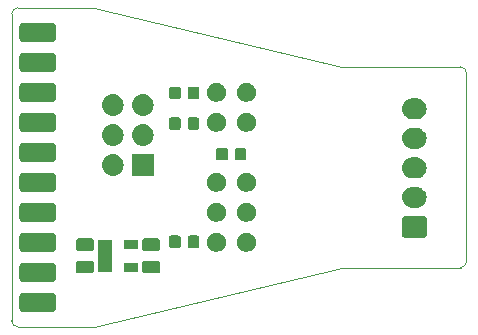
<source format=gbs>
G04 #@! TF.GenerationSoftware,KiCad,Pcbnew,5.0.1*
G04 #@! TF.CreationDate,2019-11-02T01:16:45+01:00*
G04 #@! TF.ProjectId,JlinkBreakout,4A6C696E6B427265616B6F75742E6B69,rev?*
G04 #@! TF.SameCoordinates,Original*
G04 #@! TF.FileFunction,Soldermask,Bot*
G04 #@! TF.FilePolarity,Negative*
%FSLAX46Y46*%
G04 Gerber Fmt 4.6, Leading zero omitted, Abs format (unit mm)*
G04 Created by KiCad (PCBNEW 5.0.1) date Sat 02 Nov 2019 01:16:45 AM CET*
%MOMM*%
%LPD*%
G01*
G04 APERTURE LIST*
%ADD10C,0.050000*%
%ADD11C,0.100000*%
G04 APERTURE END LIST*
D10*
X58500000Y-60000000D02*
G75*
G02X58000000Y-59500000I0J500000D01*
G01*
X58000000Y-33500000D02*
G75*
G02X58500000Y-33000000I500000J0D01*
G01*
X96000000Y-38000000D02*
G75*
G02X96500000Y-38500000I0J-500000D01*
G01*
X96500000Y-54500000D02*
G75*
G02X96000000Y-55000000I-500000J0D01*
G01*
X86000000Y-38000000D02*
X65000000Y-33000000D01*
X96000000Y-38000000D02*
X86000000Y-38000000D01*
X96500000Y-54500000D02*
X96500000Y-38500000D01*
X86000000Y-55000000D02*
X96000000Y-55000000D01*
X65000000Y-60000000D02*
X86000000Y-55000000D01*
X65000000Y-33000000D02*
X58500000Y-33000000D01*
X58500000Y-60000000D02*
X65000000Y-60000000D01*
X58000000Y-33500000D02*
X58000000Y-59500000D01*
D11*
G36*
X61473993Y-57124203D02*
X61538414Y-57143744D01*
X61597776Y-57175475D01*
X61649817Y-57218183D01*
X61692525Y-57270224D01*
X61724256Y-57329586D01*
X61743797Y-57394007D01*
X61751000Y-57467141D01*
X61751000Y-58392859D01*
X61743797Y-58465993D01*
X61724256Y-58530414D01*
X61692525Y-58589776D01*
X61649817Y-58641817D01*
X61597776Y-58684525D01*
X61538414Y-58716256D01*
X61473993Y-58735797D01*
X61400859Y-58743000D01*
X58999141Y-58743000D01*
X58926007Y-58735797D01*
X58861586Y-58716256D01*
X58802224Y-58684525D01*
X58750183Y-58641817D01*
X58707475Y-58589776D01*
X58675744Y-58530414D01*
X58656203Y-58465993D01*
X58649000Y-58392859D01*
X58649000Y-57467141D01*
X58656203Y-57394007D01*
X58675744Y-57329586D01*
X58707475Y-57270224D01*
X58750183Y-57218183D01*
X58802224Y-57175475D01*
X58861586Y-57143744D01*
X58926007Y-57124203D01*
X58999141Y-57117000D01*
X61400859Y-57117000D01*
X61473993Y-57124203D01*
X61473993Y-57124203D01*
G37*
G36*
X61473993Y-54584203D02*
X61538414Y-54603744D01*
X61597776Y-54635475D01*
X61649817Y-54678183D01*
X61692525Y-54730224D01*
X61724256Y-54789586D01*
X61743797Y-54854007D01*
X61751000Y-54927141D01*
X61751000Y-55852859D01*
X61743797Y-55925993D01*
X61724256Y-55990414D01*
X61692525Y-56049776D01*
X61649817Y-56101817D01*
X61597776Y-56144525D01*
X61538414Y-56176256D01*
X61473993Y-56195797D01*
X61400859Y-56203000D01*
X58999141Y-56203000D01*
X58926007Y-56195797D01*
X58861586Y-56176256D01*
X58802224Y-56144525D01*
X58750183Y-56101817D01*
X58707475Y-56049776D01*
X58675744Y-55990414D01*
X58656203Y-55925993D01*
X58649000Y-55852859D01*
X58649000Y-54927141D01*
X58656203Y-54854007D01*
X58675744Y-54789586D01*
X58707475Y-54730224D01*
X58750183Y-54678183D01*
X58802224Y-54635475D01*
X58861586Y-54603744D01*
X58926007Y-54584203D01*
X58999141Y-54577000D01*
X61400859Y-54577000D01*
X61473993Y-54584203D01*
X61473993Y-54584203D01*
G37*
G36*
X64784466Y-54403565D02*
X64823137Y-54415296D01*
X64858779Y-54434348D01*
X64890017Y-54459983D01*
X64915652Y-54491221D01*
X64934704Y-54526863D01*
X64946435Y-54565534D01*
X64951000Y-54611888D01*
X64951000Y-55263112D01*
X64946435Y-55309466D01*
X64934704Y-55348137D01*
X64915652Y-55383779D01*
X64890017Y-55415017D01*
X64858779Y-55440652D01*
X64823137Y-55459704D01*
X64784466Y-55471435D01*
X64738112Y-55476000D01*
X63661888Y-55476000D01*
X63615534Y-55471435D01*
X63576863Y-55459704D01*
X63541221Y-55440652D01*
X63509983Y-55415017D01*
X63484348Y-55383779D01*
X63465296Y-55348137D01*
X63453565Y-55309466D01*
X63449000Y-55263112D01*
X63449000Y-54611888D01*
X63453565Y-54565534D01*
X63465296Y-54526863D01*
X63484348Y-54491221D01*
X63509983Y-54459983D01*
X63541221Y-54434348D01*
X63576863Y-54415296D01*
X63615534Y-54403565D01*
X63661888Y-54399000D01*
X64738112Y-54399000D01*
X64784466Y-54403565D01*
X64784466Y-54403565D01*
G37*
G36*
X70384466Y-54403565D02*
X70423137Y-54415296D01*
X70458779Y-54434348D01*
X70490017Y-54459983D01*
X70515652Y-54491221D01*
X70534704Y-54526863D01*
X70546435Y-54565534D01*
X70551000Y-54611888D01*
X70551000Y-55263112D01*
X70546435Y-55309466D01*
X70534704Y-55348137D01*
X70515652Y-55383779D01*
X70490017Y-55415017D01*
X70458779Y-55440652D01*
X70423137Y-55459704D01*
X70384466Y-55471435D01*
X70338112Y-55476000D01*
X69261888Y-55476000D01*
X69215534Y-55471435D01*
X69176863Y-55459704D01*
X69141221Y-55440652D01*
X69109983Y-55415017D01*
X69084348Y-55383779D01*
X69065296Y-55348137D01*
X69053565Y-55309466D01*
X69049000Y-55263112D01*
X69049000Y-54611888D01*
X69053565Y-54565534D01*
X69065296Y-54526863D01*
X69084348Y-54491221D01*
X69109983Y-54459983D01*
X69141221Y-54434348D01*
X69176863Y-54415296D01*
X69215534Y-54403565D01*
X69261888Y-54399000D01*
X70338112Y-54399000D01*
X70384466Y-54403565D01*
X70384466Y-54403565D01*
G37*
G36*
X66481000Y-55326000D02*
X65319000Y-55326000D01*
X65319000Y-52674000D01*
X66481000Y-52674000D01*
X66481000Y-55326000D01*
X66481000Y-55326000D01*
G37*
G36*
X68681000Y-55326000D02*
X67519000Y-55326000D01*
X67519000Y-54574000D01*
X68681000Y-54574000D01*
X68681000Y-55326000D01*
X68681000Y-55326000D01*
G37*
G36*
X78107142Y-52068242D02*
X78255102Y-52129530D01*
X78268052Y-52138183D01*
X78387000Y-52217661D01*
X78388258Y-52218502D01*
X78501498Y-52331742D01*
X78581184Y-52451000D01*
X78590471Y-52464900D01*
X78604354Y-52498417D01*
X78651758Y-52612858D01*
X78683000Y-52769925D01*
X78683000Y-52930075D01*
X78651758Y-53087142D01*
X78590470Y-53235102D01*
X78576172Y-53256500D01*
X78501499Y-53368257D01*
X78388257Y-53481499D01*
X78347429Y-53508779D01*
X78255102Y-53570470D01*
X78107142Y-53631758D01*
X77950075Y-53663000D01*
X77789925Y-53663000D01*
X77632858Y-53631758D01*
X77484898Y-53570470D01*
X77392571Y-53508779D01*
X77351743Y-53481499D01*
X77238501Y-53368257D01*
X77163828Y-53256500D01*
X77149530Y-53235102D01*
X77088242Y-53087142D01*
X77057000Y-52930075D01*
X77057000Y-52769925D01*
X77088242Y-52612858D01*
X77135646Y-52498417D01*
X77149529Y-52464900D01*
X77158817Y-52451000D01*
X77238502Y-52331742D01*
X77351742Y-52218502D01*
X77353001Y-52217661D01*
X77471948Y-52138183D01*
X77484898Y-52129530D01*
X77632858Y-52068242D01*
X77789925Y-52037000D01*
X77950075Y-52037000D01*
X78107142Y-52068242D01*
X78107142Y-52068242D01*
G37*
G36*
X61473993Y-52044203D02*
X61538414Y-52063744D01*
X61597776Y-52095475D01*
X61649817Y-52138183D01*
X61692525Y-52190224D01*
X61724256Y-52249586D01*
X61743797Y-52314007D01*
X61751000Y-52387141D01*
X61751000Y-53312859D01*
X61743797Y-53385993D01*
X61724256Y-53450414D01*
X61692525Y-53509776D01*
X61649817Y-53561817D01*
X61597776Y-53604525D01*
X61538414Y-53636256D01*
X61473993Y-53655797D01*
X61400859Y-53663000D01*
X58999141Y-53663000D01*
X58926007Y-53655797D01*
X58861586Y-53636256D01*
X58802224Y-53604525D01*
X58750183Y-53561817D01*
X58707475Y-53509776D01*
X58675744Y-53450414D01*
X58656203Y-53385993D01*
X58649000Y-53312859D01*
X58649000Y-52387141D01*
X58656203Y-52314007D01*
X58675744Y-52249586D01*
X58707475Y-52190224D01*
X58750183Y-52138183D01*
X58802224Y-52095475D01*
X58861586Y-52063744D01*
X58926007Y-52044203D01*
X58999141Y-52037000D01*
X61400859Y-52037000D01*
X61473993Y-52044203D01*
X61473993Y-52044203D01*
G37*
G36*
X75567142Y-52068242D02*
X75715102Y-52129530D01*
X75728052Y-52138183D01*
X75847000Y-52217661D01*
X75848258Y-52218502D01*
X75961498Y-52331742D01*
X76041184Y-52451000D01*
X76050471Y-52464900D01*
X76064354Y-52498417D01*
X76111758Y-52612858D01*
X76143000Y-52769925D01*
X76143000Y-52930075D01*
X76111758Y-53087142D01*
X76050470Y-53235102D01*
X76036172Y-53256500D01*
X75961499Y-53368257D01*
X75848257Y-53481499D01*
X75807429Y-53508779D01*
X75715102Y-53570470D01*
X75567142Y-53631758D01*
X75410075Y-53663000D01*
X75249925Y-53663000D01*
X75092858Y-53631758D01*
X74944898Y-53570470D01*
X74852571Y-53508779D01*
X74811743Y-53481499D01*
X74698501Y-53368257D01*
X74623828Y-53256500D01*
X74609530Y-53235102D01*
X74548242Y-53087142D01*
X74517000Y-52930075D01*
X74517000Y-52769925D01*
X74548242Y-52612858D01*
X74595646Y-52498417D01*
X74609529Y-52464900D01*
X74618817Y-52451000D01*
X74698502Y-52331742D01*
X74811742Y-52218502D01*
X74813001Y-52217661D01*
X74931948Y-52138183D01*
X74944898Y-52129530D01*
X75092858Y-52068242D01*
X75249925Y-52037000D01*
X75410075Y-52037000D01*
X75567142Y-52068242D01*
X75567142Y-52068242D01*
G37*
G36*
X70384466Y-52528565D02*
X70423137Y-52540296D01*
X70458779Y-52559348D01*
X70490017Y-52584983D01*
X70515652Y-52616221D01*
X70534704Y-52651863D01*
X70546435Y-52690534D01*
X70551000Y-52736888D01*
X70551000Y-53388112D01*
X70546435Y-53434466D01*
X70534704Y-53473137D01*
X70515652Y-53508779D01*
X70490017Y-53540017D01*
X70458779Y-53565652D01*
X70423137Y-53584704D01*
X70384466Y-53596435D01*
X70338112Y-53601000D01*
X69261888Y-53601000D01*
X69215534Y-53596435D01*
X69176863Y-53584704D01*
X69141221Y-53565652D01*
X69109983Y-53540017D01*
X69084348Y-53508779D01*
X69065296Y-53473137D01*
X69053565Y-53434466D01*
X69049000Y-53388112D01*
X69049000Y-52736888D01*
X69053565Y-52690534D01*
X69065296Y-52651863D01*
X69084348Y-52616221D01*
X69109983Y-52584983D01*
X69141221Y-52559348D01*
X69176863Y-52540296D01*
X69215534Y-52528565D01*
X69261888Y-52524000D01*
X70338112Y-52524000D01*
X70384466Y-52528565D01*
X70384466Y-52528565D01*
G37*
G36*
X64784466Y-52528565D02*
X64823137Y-52540296D01*
X64858779Y-52559348D01*
X64890017Y-52584983D01*
X64915652Y-52616221D01*
X64934704Y-52651863D01*
X64946435Y-52690534D01*
X64951000Y-52736888D01*
X64951000Y-53388112D01*
X64946435Y-53434466D01*
X64934704Y-53473137D01*
X64915652Y-53508779D01*
X64890017Y-53540017D01*
X64858779Y-53565652D01*
X64823137Y-53584704D01*
X64784466Y-53596435D01*
X64738112Y-53601000D01*
X63661888Y-53601000D01*
X63615534Y-53596435D01*
X63576863Y-53584704D01*
X63541221Y-53565652D01*
X63509983Y-53540017D01*
X63484348Y-53508779D01*
X63465296Y-53473137D01*
X63453565Y-53434466D01*
X63449000Y-53388112D01*
X63449000Y-52736888D01*
X63453565Y-52690534D01*
X63465296Y-52651863D01*
X63484348Y-52616221D01*
X63509983Y-52584983D01*
X63541221Y-52559348D01*
X63576863Y-52540296D01*
X63615534Y-52528565D01*
X63661888Y-52524000D01*
X64738112Y-52524000D01*
X64784466Y-52528565D01*
X64784466Y-52528565D01*
G37*
G36*
X68681000Y-53426000D02*
X67519000Y-53426000D01*
X67519000Y-52674000D01*
X68681000Y-52674000D01*
X68681000Y-53426000D01*
X68681000Y-53426000D01*
G37*
G36*
X73729591Y-52278085D02*
X73763569Y-52288393D01*
X73794887Y-52305133D01*
X73822339Y-52327661D01*
X73844867Y-52355113D01*
X73861607Y-52386431D01*
X73871915Y-52420409D01*
X73876000Y-52461890D01*
X73876000Y-53138110D01*
X73871915Y-53179591D01*
X73861607Y-53213569D01*
X73844867Y-53244887D01*
X73822339Y-53272339D01*
X73794887Y-53294867D01*
X73763569Y-53311607D01*
X73729591Y-53321915D01*
X73688110Y-53326000D01*
X73086890Y-53326000D01*
X73045409Y-53321915D01*
X73011431Y-53311607D01*
X72980113Y-53294867D01*
X72952661Y-53272339D01*
X72930133Y-53244887D01*
X72913393Y-53213569D01*
X72903085Y-53179591D01*
X72899000Y-53138110D01*
X72899000Y-52461890D01*
X72903085Y-52420409D01*
X72913393Y-52386431D01*
X72930133Y-52355113D01*
X72952661Y-52327661D01*
X72980113Y-52305133D01*
X73011431Y-52288393D01*
X73045409Y-52278085D01*
X73086890Y-52274000D01*
X73688110Y-52274000D01*
X73729591Y-52278085D01*
X73729591Y-52278085D01*
G37*
G36*
X72154591Y-52278085D02*
X72188569Y-52288393D01*
X72219887Y-52305133D01*
X72247339Y-52327661D01*
X72269867Y-52355113D01*
X72286607Y-52386431D01*
X72296915Y-52420409D01*
X72301000Y-52461890D01*
X72301000Y-53138110D01*
X72296915Y-53179591D01*
X72286607Y-53213569D01*
X72269867Y-53244887D01*
X72247339Y-53272339D01*
X72219887Y-53294867D01*
X72188569Y-53311607D01*
X72154591Y-53321915D01*
X72113110Y-53326000D01*
X71511890Y-53326000D01*
X71470409Y-53321915D01*
X71436431Y-53311607D01*
X71405113Y-53294867D01*
X71377661Y-53272339D01*
X71355133Y-53244887D01*
X71338393Y-53213569D01*
X71328085Y-53179591D01*
X71324000Y-53138110D01*
X71324000Y-52461890D01*
X71328085Y-52420409D01*
X71338393Y-52386431D01*
X71355133Y-52355113D01*
X71377661Y-52327661D01*
X71405113Y-52305133D01*
X71436431Y-52288393D01*
X71470409Y-52278085D01*
X71511890Y-52274000D01*
X72113110Y-52274000D01*
X72154591Y-52278085D01*
X72154591Y-52278085D01*
G37*
G36*
X92983600Y-50652989D02*
X93016649Y-50663014D01*
X93047106Y-50679294D01*
X93073799Y-50701201D01*
X93095706Y-50727894D01*
X93111986Y-50758351D01*
X93122011Y-50791400D01*
X93126000Y-50831904D01*
X93126000Y-52268096D01*
X93122011Y-52308600D01*
X93111986Y-52341649D01*
X93095706Y-52372106D01*
X93073799Y-52398799D01*
X93047106Y-52420706D01*
X93016649Y-52436986D01*
X92983600Y-52447011D01*
X92943096Y-52451000D01*
X91256904Y-52451000D01*
X91216400Y-52447011D01*
X91183351Y-52436986D01*
X91152894Y-52420706D01*
X91126201Y-52398799D01*
X91104294Y-52372106D01*
X91088014Y-52341649D01*
X91077989Y-52308600D01*
X91074000Y-52268096D01*
X91074000Y-50831904D01*
X91077989Y-50791400D01*
X91088014Y-50758351D01*
X91104294Y-50727894D01*
X91126201Y-50701201D01*
X91152894Y-50679294D01*
X91183351Y-50663014D01*
X91216400Y-50652989D01*
X91256904Y-50649000D01*
X92943096Y-50649000D01*
X92983600Y-50652989D01*
X92983600Y-50652989D01*
G37*
G36*
X78107142Y-49528242D02*
X78255102Y-49589530D01*
X78268052Y-49598183D01*
X78387000Y-49677661D01*
X78388258Y-49678502D01*
X78501498Y-49791742D01*
X78590470Y-49924898D01*
X78651758Y-50072858D01*
X78683000Y-50229925D01*
X78683000Y-50390075D01*
X78651758Y-50547142D01*
X78609566Y-50649000D01*
X78603762Y-50663014D01*
X78590470Y-50695102D01*
X78576172Y-50716500D01*
X78501499Y-50828257D01*
X78388257Y-50941499D01*
X78345937Y-50969776D01*
X78255102Y-51030470D01*
X78107142Y-51091758D01*
X77950075Y-51123000D01*
X77789925Y-51123000D01*
X77632858Y-51091758D01*
X77484898Y-51030470D01*
X77394063Y-50969776D01*
X77351743Y-50941499D01*
X77238501Y-50828257D01*
X77163828Y-50716500D01*
X77149530Y-50695102D01*
X77136239Y-50663014D01*
X77130434Y-50649000D01*
X77088242Y-50547142D01*
X77057000Y-50390075D01*
X77057000Y-50229925D01*
X77088242Y-50072858D01*
X77149530Y-49924898D01*
X77238502Y-49791742D01*
X77351742Y-49678502D01*
X77353001Y-49677661D01*
X77471948Y-49598183D01*
X77484898Y-49589530D01*
X77632858Y-49528242D01*
X77789925Y-49497000D01*
X77950075Y-49497000D01*
X78107142Y-49528242D01*
X78107142Y-49528242D01*
G37*
G36*
X75567142Y-49528242D02*
X75715102Y-49589530D01*
X75728052Y-49598183D01*
X75847000Y-49677661D01*
X75848258Y-49678502D01*
X75961498Y-49791742D01*
X76050470Y-49924898D01*
X76111758Y-50072858D01*
X76143000Y-50229925D01*
X76143000Y-50390075D01*
X76111758Y-50547142D01*
X76069566Y-50649000D01*
X76063762Y-50663014D01*
X76050470Y-50695102D01*
X76036172Y-50716500D01*
X75961499Y-50828257D01*
X75848257Y-50941499D01*
X75805937Y-50969776D01*
X75715102Y-51030470D01*
X75567142Y-51091758D01*
X75410075Y-51123000D01*
X75249925Y-51123000D01*
X75092858Y-51091758D01*
X74944898Y-51030470D01*
X74854063Y-50969776D01*
X74811743Y-50941499D01*
X74698501Y-50828257D01*
X74623828Y-50716500D01*
X74609530Y-50695102D01*
X74596239Y-50663014D01*
X74590434Y-50649000D01*
X74548242Y-50547142D01*
X74517000Y-50390075D01*
X74517000Y-50229925D01*
X74548242Y-50072858D01*
X74609530Y-49924898D01*
X74698502Y-49791742D01*
X74811742Y-49678502D01*
X74813001Y-49677661D01*
X74931948Y-49598183D01*
X74944898Y-49589530D01*
X75092858Y-49528242D01*
X75249925Y-49497000D01*
X75410075Y-49497000D01*
X75567142Y-49528242D01*
X75567142Y-49528242D01*
G37*
G36*
X61473993Y-49504203D02*
X61538414Y-49523744D01*
X61597776Y-49555475D01*
X61649817Y-49598183D01*
X61692525Y-49650224D01*
X61724256Y-49709586D01*
X61743797Y-49774007D01*
X61751000Y-49847141D01*
X61751000Y-50772859D01*
X61743797Y-50845993D01*
X61724256Y-50910414D01*
X61692525Y-50969776D01*
X61649817Y-51021817D01*
X61597776Y-51064525D01*
X61538414Y-51096256D01*
X61473993Y-51115797D01*
X61400859Y-51123000D01*
X58999141Y-51123000D01*
X58926007Y-51115797D01*
X58861586Y-51096256D01*
X58802224Y-51064525D01*
X58750183Y-51021817D01*
X58707475Y-50969776D01*
X58675744Y-50910414D01*
X58656203Y-50845993D01*
X58649000Y-50772859D01*
X58649000Y-49847141D01*
X58656203Y-49774007D01*
X58675744Y-49709586D01*
X58707475Y-49650224D01*
X58750183Y-49598183D01*
X58802224Y-49555475D01*
X58861586Y-49523744D01*
X58926007Y-49504203D01*
X58999141Y-49497000D01*
X61400859Y-49497000D01*
X61473993Y-49504203D01*
X61473993Y-49504203D01*
G37*
G36*
X92331193Y-48155100D02*
X92401627Y-48162037D01*
X92514853Y-48196384D01*
X92571467Y-48213557D01*
X92650504Y-48255804D01*
X92727991Y-48297222D01*
X92738678Y-48305993D01*
X92865186Y-48409814D01*
X92948448Y-48511271D01*
X92977778Y-48547009D01*
X92977779Y-48547011D01*
X93061443Y-48703533D01*
X93061443Y-48703534D01*
X93112963Y-48873373D01*
X93130359Y-49050000D01*
X93112963Y-49226627D01*
X93078616Y-49339853D01*
X93061443Y-49396467D01*
X93007706Y-49497000D01*
X92977778Y-49552991D01*
X92975739Y-49555475D01*
X92865186Y-49690186D01*
X92763729Y-49773448D01*
X92727991Y-49802778D01*
X92727989Y-49802779D01*
X92571467Y-49886443D01*
X92515237Y-49903500D01*
X92401627Y-49937963D01*
X92335443Y-49944481D01*
X92269260Y-49951000D01*
X91930740Y-49951000D01*
X91864558Y-49944482D01*
X91798373Y-49937963D01*
X91684763Y-49903500D01*
X91628533Y-49886443D01*
X91472011Y-49802779D01*
X91472009Y-49802778D01*
X91436271Y-49773448D01*
X91334814Y-49690186D01*
X91224261Y-49555475D01*
X91222222Y-49552991D01*
X91192294Y-49497000D01*
X91138557Y-49396467D01*
X91121384Y-49339853D01*
X91087037Y-49226627D01*
X91069641Y-49050000D01*
X91087037Y-48873373D01*
X91138557Y-48703534D01*
X91138557Y-48703533D01*
X91222221Y-48547011D01*
X91222222Y-48547009D01*
X91251552Y-48511271D01*
X91334814Y-48409814D01*
X91461322Y-48305993D01*
X91472009Y-48297222D01*
X91549496Y-48255804D01*
X91628533Y-48213557D01*
X91685147Y-48196384D01*
X91798373Y-48162037D01*
X91868807Y-48155100D01*
X91930740Y-48149000D01*
X92269260Y-48149000D01*
X92331193Y-48155100D01*
X92331193Y-48155100D01*
G37*
G36*
X75567142Y-46988242D02*
X75715102Y-47049530D01*
X75728052Y-47058183D01*
X75847000Y-47137661D01*
X75848258Y-47138502D01*
X75961498Y-47251742D01*
X76050470Y-47384898D01*
X76111758Y-47532858D01*
X76143000Y-47689925D01*
X76143000Y-47850075D01*
X76111758Y-48007142D01*
X76064354Y-48121583D01*
X76050471Y-48155100D01*
X75961499Y-48288257D01*
X75848257Y-48401499D01*
X75835811Y-48409815D01*
X75715102Y-48490470D01*
X75567142Y-48551758D01*
X75410075Y-48583000D01*
X75249925Y-48583000D01*
X75092858Y-48551758D01*
X74944898Y-48490470D01*
X74824189Y-48409815D01*
X74811743Y-48401499D01*
X74698501Y-48288257D01*
X74609529Y-48155100D01*
X74595646Y-48121583D01*
X74548242Y-48007142D01*
X74517000Y-47850075D01*
X74517000Y-47689925D01*
X74548242Y-47532858D01*
X74609530Y-47384898D01*
X74698502Y-47251742D01*
X74811742Y-47138502D01*
X74813001Y-47137661D01*
X74931948Y-47058183D01*
X74944898Y-47049530D01*
X75092858Y-46988242D01*
X75249925Y-46957000D01*
X75410075Y-46957000D01*
X75567142Y-46988242D01*
X75567142Y-46988242D01*
G37*
G36*
X78107142Y-46988242D02*
X78255102Y-47049530D01*
X78268052Y-47058183D01*
X78387000Y-47137661D01*
X78388258Y-47138502D01*
X78501498Y-47251742D01*
X78590470Y-47384898D01*
X78651758Y-47532858D01*
X78683000Y-47689925D01*
X78683000Y-47850075D01*
X78651758Y-48007142D01*
X78604354Y-48121583D01*
X78590471Y-48155100D01*
X78501499Y-48288257D01*
X78388257Y-48401499D01*
X78375811Y-48409815D01*
X78255102Y-48490470D01*
X78107142Y-48551758D01*
X77950075Y-48583000D01*
X77789925Y-48583000D01*
X77632858Y-48551758D01*
X77484898Y-48490470D01*
X77364189Y-48409815D01*
X77351743Y-48401499D01*
X77238501Y-48288257D01*
X77149529Y-48155100D01*
X77135646Y-48121583D01*
X77088242Y-48007142D01*
X77057000Y-47850075D01*
X77057000Y-47689925D01*
X77088242Y-47532858D01*
X77149530Y-47384898D01*
X77238502Y-47251742D01*
X77351742Y-47138502D01*
X77353001Y-47137661D01*
X77471948Y-47058183D01*
X77484898Y-47049530D01*
X77632858Y-46988242D01*
X77789925Y-46957000D01*
X77950075Y-46957000D01*
X78107142Y-46988242D01*
X78107142Y-46988242D01*
G37*
G36*
X61473993Y-46964203D02*
X61538414Y-46983744D01*
X61597776Y-47015475D01*
X61649817Y-47058183D01*
X61692525Y-47110224D01*
X61724256Y-47169586D01*
X61743797Y-47234007D01*
X61751000Y-47307141D01*
X61751000Y-48232859D01*
X61743797Y-48305993D01*
X61724256Y-48370414D01*
X61692525Y-48429776D01*
X61649817Y-48481817D01*
X61597776Y-48524525D01*
X61538414Y-48556256D01*
X61473993Y-48575797D01*
X61400859Y-48583000D01*
X58999141Y-48583000D01*
X58926007Y-48575797D01*
X58861586Y-48556256D01*
X58802224Y-48524525D01*
X58750183Y-48481817D01*
X58707475Y-48429776D01*
X58675744Y-48370414D01*
X58656203Y-48305993D01*
X58649000Y-48232859D01*
X58649000Y-47307141D01*
X58656203Y-47234007D01*
X58675744Y-47169586D01*
X58707475Y-47110224D01*
X58750183Y-47058183D01*
X58802224Y-47015475D01*
X58861586Y-46983744D01*
X58926007Y-46964203D01*
X58999141Y-46957000D01*
X61400859Y-46957000D01*
X61473993Y-46964203D01*
X61473993Y-46964203D01*
G37*
G36*
X92335442Y-45655518D02*
X92401627Y-45662037D01*
X92503234Y-45692859D01*
X92571467Y-45713557D01*
X92695006Y-45779591D01*
X92727991Y-45797222D01*
X92752636Y-45817448D01*
X92865186Y-45909814D01*
X92948448Y-46011271D01*
X92977778Y-46047009D01*
X92977779Y-46047011D01*
X93061443Y-46203533D01*
X93061443Y-46203534D01*
X93112963Y-46373373D01*
X93130359Y-46550000D01*
X93112963Y-46726627D01*
X93087495Y-46810583D01*
X93061443Y-46896467D01*
X93012387Y-46988243D01*
X92977778Y-47052991D01*
X92968628Y-47064140D01*
X92865186Y-47190186D01*
X92790177Y-47251743D01*
X92727991Y-47302778D01*
X92727989Y-47302779D01*
X92571467Y-47386443D01*
X92514853Y-47403616D01*
X92401627Y-47437963D01*
X92335442Y-47444482D01*
X92269260Y-47451000D01*
X91930740Y-47451000D01*
X91864558Y-47444482D01*
X91798373Y-47437963D01*
X91685147Y-47403616D01*
X91628533Y-47386443D01*
X91472011Y-47302779D01*
X91472009Y-47302778D01*
X91409823Y-47251743D01*
X91334814Y-47190186D01*
X91231372Y-47064140D01*
X91222222Y-47052991D01*
X91187613Y-46988243D01*
X91138557Y-46896467D01*
X91112505Y-46810583D01*
X91087037Y-46726627D01*
X91069641Y-46550000D01*
X91087037Y-46373373D01*
X91138557Y-46203534D01*
X91138557Y-46203533D01*
X91222221Y-46047011D01*
X91222222Y-46047009D01*
X91251552Y-46011271D01*
X91334814Y-45909814D01*
X91447364Y-45817448D01*
X91472009Y-45797222D01*
X91504994Y-45779591D01*
X91628533Y-45713557D01*
X91696766Y-45692859D01*
X91798373Y-45662037D01*
X91864558Y-45655518D01*
X91930740Y-45649000D01*
X92269260Y-45649000D01*
X92335442Y-45655518D01*
X92335442Y-45655518D01*
G37*
G36*
X70014600Y-47214600D02*
X68185400Y-47214600D01*
X68185400Y-45385400D01*
X70014600Y-45385400D01*
X70014600Y-47214600D01*
X70014600Y-47214600D01*
G37*
G36*
X66739294Y-45398633D02*
X66911694Y-45450931D01*
X66911696Y-45450932D01*
X67070583Y-45535859D01*
X67209849Y-45650151D01*
X67324141Y-45789417D01*
X67397146Y-45926000D01*
X67409069Y-45948306D01*
X67461367Y-46120706D01*
X67479025Y-46300000D01*
X67461367Y-46479294D01*
X67409069Y-46651694D01*
X67409068Y-46651696D01*
X67324141Y-46810583D01*
X67209849Y-46949849D01*
X67070583Y-47064141D01*
X66911696Y-47149068D01*
X66911694Y-47149069D01*
X66739294Y-47201367D01*
X66604931Y-47214600D01*
X66515069Y-47214600D01*
X66380706Y-47201367D01*
X66208306Y-47149069D01*
X66208304Y-47149068D01*
X66049417Y-47064141D01*
X65910151Y-46949849D01*
X65795859Y-46810583D01*
X65710932Y-46651696D01*
X65710931Y-46651694D01*
X65658633Y-46479294D01*
X65640975Y-46300000D01*
X65658633Y-46120706D01*
X65710931Y-45948306D01*
X65722854Y-45926000D01*
X65795859Y-45789417D01*
X65910151Y-45650151D01*
X66049417Y-45535859D01*
X66208304Y-45450932D01*
X66208306Y-45450931D01*
X66380706Y-45398633D01*
X66515069Y-45385400D01*
X66604931Y-45385400D01*
X66739294Y-45398633D01*
X66739294Y-45398633D01*
G37*
G36*
X61473993Y-44424203D02*
X61538414Y-44443744D01*
X61597776Y-44475475D01*
X61649817Y-44518183D01*
X61692525Y-44570224D01*
X61724256Y-44629586D01*
X61743797Y-44694007D01*
X61751000Y-44767141D01*
X61751000Y-45692859D01*
X61743797Y-45765993D01*
X61724256Y-45830414D01*
X61692525Y-45889776D01*
X61649817Y-45941817D01*
X61597776Y-45984525D01*
X61538414Y-46016256D01*
X61473993Y-46035797D01*
X61400859Y-46043000D01*
X58999141Y-46043000D01*
X58926007Y-46035797D01*
X58861586Y-46016256D01*
X58802224Y-45984525D01*
X58750183Y-45941817D01*
X58707475Y-45889776D01*
X58675744Y-45830414D01*
X58656203Y-45765993D01*
X58649000Y-45692859D01*
X58649000Y-44767141D01*
X58656203Y-44694007D01*
X58675744Y-44629586D01*
X58707475Y-44570224D01*
X58750183Y-44518183D01*
X58802224Y-44475475D01*
X58861586Y-44443744D01*
X58926007Y-44424203D01*
X58999141Y-44417000D01*
X61400859Y-44417000D01*
X61473993Y-44424203D01*
X61473993Y-44424203D01*
G37*
G36*
X76154591Y-44878085D02*
X76188569Y-44888393D01*
X76219887Y-44905133D01*
X76247339Y-44927661D01*
X76269867Y-44955113D01*
X76286607Y-44986431D01*
X76296915Y-45020409D01*
X76301000Y-45061890D01*
X76301000Y-45738110D01*
X76296915Y-45779591D01*
X76286607Y-45813569D01*
X76269867Y-45844887D01*
X76247339Y-45872339D01*
X76219887Y-45894867D01*
X76188569Y-45911607D01*
X76154591Y-45921915D01*
X76113110Y-45926000D01*
X75511890Y-45926000D01*
X75470409Y-45921915D01*
X75436431Y-45911607D01*
X75405113Y-45894867D01*
X75377661Y-45872339D01*
X75355133Y-45844887D01*
X75338393Y-45813569D01*
X75328085Y-45779591D01*
X75324000Y-45738110D01*
X75324000Y-45061890D01*
X75328085Y-45020409D01*
X75338393Y-44986431D01*
X75355133Y-44955113D01*
X75377661Y-44927661D01*
X75405113Y-44905133D01*
X75436431Y-44888393D01*
X75470409Y-44878085D01*
X75511890Y-44874000D01*
X76113110Y-44874000D01*
X76154591Y-44878085D01*
X76154591Y-44878085D01*
G37*
G36*
X77729591Y-44878085D02*
X77763569Y-44888393D01*
X77794887Y-44905133D01*
X77822339Y-44927661D01*
X77844867Y-44955113D01*
X77861607Y-44986431D01*
X77871915Y-45020409D01*
X77876000Y-45061890D01*
X77876000Y-45738110D01*
X77871915Y-45779591D01*
X77861607Y-45813569D01*
X77844867Y-45844887D01*
X77822339Y-45872339D01*
X77794887Y-45894867D01*
X77763569Y-45911607D01*
X77729591Y-45921915D01*
X77688110Y-45926000D01*
X77086890Y-45926000D01*
X77045409Y-45921915D01*
X77011431Y-45911607D01*
X76980113Y-45894867D01*
X76952661Y-45872339D01*
X76930133Y-45844887D01*
X76913393Y-45813569D01*
X76903085Y-45779591D01*
X76899000Y-45738110D01*
X76899000Y-45061890D01*
X76903085Y-45020409D01*
X76913393Y-44986431D01*
X76930133Y-44955113D01*
X76952661Y-44927661D01*
X76980113Y-44905133D01*
X77011431Y-44888393D01*
X77045409Y-44878085D01*
X77086890Y-44874000D01*
X77688110Y-44874000D01*
X77729591Y-44878085D01*
X77729591Y-44878085D01*
G37*
G36*
X92335443Y-43155519D02*
X92401627Y-43162037D01*
X92514853Y-43196384D01*
X92571467Y-43213557D01*
X92681439Y-43272339D01*
X92727991Y-43297222D01*
X92745519Y-43311607D01*
X92865186Y-43409814D01*
X92948448Y-43511271D01*
X92977778Y-43547009D01*
X92977779Y-43547011D01*
X93061443Y-43703533D01*
X93061443Y-43703534D01*
X93112963Y-43873373D01*
X93130359Y-44050000D01*
X93112963Y-44226627D01*
X93078616Y-44339853D01*
X93061443Y-44396467D01*
X93013849Y-44485508D01*
X92977778Y-44552991D01*
X92963635Y-44570224D01*
X92865186Y-44690186D01*
X92771415Y-44767141D01*
X92727991Y-44802778D01*
X92727989Y-44802779D01*
X92571467Y-44886443D01*
X92514853Y-44903616D01*
X92401627Y-44937963D01*
X92335442Y-44944482D01*
X92269260Y-44951000D01*
X91930740Y-44951000D01*
X91864558Y-44944482D01*
X91798373Y-44937963D01*
X91685147Y-44903616D01*
X91628533Y-44886443D01*
X91472011Y-44802779D01*
X91472009Y-44802778D01*
X91428585Y-44767141D01*
X91334814Y-44690186D01*
X91236365Y-44570224D01*
X91222222Y-44552991D01*
X91186151Y-44485508D01*
X91138557Y-44396467D01*
X91121384Y-44339853D01*
X91087037Y-44226627D01*
X91069641Y-44050000D01*
X91087037Y-43873373D01*
X91138557Y-43703534D01*
X91138557Y-43703533D01*
X91222221Y-43547011D01*
X91222222Y-43547009D01*
X91251552Y-43511271D01*
X91334814Y-43409814D01*
X91454481Y-43311607D01*
X91472009Y-43297222D01*
X91518561Y-43272339D01*
X91628533Y-43213557D01*
X91685147Y-43196384D01*
X91798373Y-43162037D01*
X91864557Y-43155519D01*
X91930740Y-43149000D01*
X92269260Y-43149000D01*
X92335443Y-43155519D01*
X92335443Y-43155519D01*
G37*
G36*
X66739294Y-42858633D02*
X66911694Y-42910931D01*
X66911696Y-42910932D01*
X67070583Y-42995859D01*
X67209849Y-43110151D01*
X67324141Y-43249417D01*
X67405601Y-43401817D01*
X67409069Y-43408306D01*
X67461367Y-43580706D01*
X67479025Y-43760000D01*
X67461367Y-43939294D01*
X67409069Y-44111694D01*
X67409068Y-44111696D01*
X67324141Y-44270583D01*
X67209849Y-44409849D01*
X67070583Y-44524141D01*
X66933037Y-44597661D01*
X66911694Y-44609069D01*
X66739294Y-44661367D01*
X66604931Y-44674600D01*
X66515069Y-44674600D01*
X66380706Y-44661367D01*
X66208306Y-44609069D01*
X66186963Y-44597661D01*
X66049417Y-44524141D01*
X65910151Y-44409849D01*
X65795859Y-44270583D01*
X65710932Y-44111696D01*
X65710931Y-44111694D01*
X65658633Y-43939294D01*
X65640975Y-43760000D01*
X65658633Y-43580706D01*
X65710931Y-43408306D01*
X65714399Y-43401817D01*
X65795859Y-43249417D01*
X65910151Y-43110151D01*
X66049417Y-42995859D01*
X66208304Y-42910932D01*
X66208306Y-42910931D01*
X66380706Y-42858633D01*
X66515069Y-42845400D01*
X66604931Y-42845400D01*
X66739294Y-42858633D01*
X66739294Y-42858633D01*
G37*
G36*
X69279294Y-42858633D02*
X69451694Y-42910931D01*
X69451696Y-42910932D01*
X69610583Y-42995859D01*
X69749849Y-43110151D01*
X69864141Y-43249417D01*
X69945601Y-43401817D01*
X69949069Y-43408306D01*
X70001367Y-43580706D01*
X70019025Y-43760000D01*
X70001367Y-43939294D01*
X69949069Y-44111694D01*
X69949068Y-44111696D01*
X69864141Y-44270583D01*
X69749849Y-44409849D01*
X69610583Y-44524141D01*
X69473037Y-44597661D01*
X69451694Y-44609069D01*
X69279294Y-44661367D01*
X69144931Y-44674600D01*
X69055069Y-44674600D01*
X68920706Y-44661367D01*
X68748306Y-44609069D01*
X68726963Y-44597661D01*
X68589417Y-44524141D01*
X68450151Y-44409849D01*
X68335859Y-44270583D01*
X68250932Y-44111696D01*
X68250931Y-44111694D01*
X68198633Y-43939294D01*
X68180975Y-43760000D01*
X68198633Y-43580706D01*
X68250931Y-43408306D01*
X68254399Y-43401817D01*
X68335859Y-43249417D01*
X68450151Y-43110151D01*
X68589417Y-42995859D01*
X68748304Y-42910932D01*
X68748306Y-42910931D01*
X68920706Y-42858633D01*
X69055069Y-42845400D01*
X69144931Y-42845400D01*
X69279294Y-42858633D01*
X69279294Y-42858633D01*
G37*
G36*
X75567142Y-41908242D02*
X75715102Y-41969530D01*
X75728052Y-41978183D01*
X75847000Y-42057661D01*
X75848258Y-42058502D01*
X75961498Y-42171742D01*
X76039442Y-42288393D01*
X76050471Y-42304900D01*
X76059899Y-42327661D01*
X76111758Y-42452858D01*
X76143000Y-42609925D01*
X76143000Y-42770075D01*
X76111758Y-42927142D01*
X76064354Y-43041583D01*
X76050471Y-43075100D01*
X75961499Y-43208257D01*
X75848257Y-43321499D01*
X75805937Y-43349776D01*
X75715102Y-43410470D01*
X75567142Y-43471758D01*
X75410075Y-43503000D01*
X75249925Y-43503000D01*
X75092858Y-43471758D01*
X74944898Y-43410470D01*
X74854063Y-43349776D01*
X74811743Y-43321499D01*
X74698501Y-43208257D01*
X74609529Y-43075100D01*
X74595646Y-43041583D01*
X74548242Y-42927142D01*
X74517000Y-42770075D01*
X74517000Y-42609925D01*
X74548242Y-42452858D01*
X74600101Y-42327661D01*
X74609529Y-42304900D01*
X74620559Y-42288393D01*
X74698502Y-42171742D01*
X74811742Y-42058502D01*
X74813001Y-42057661D01*
X74931948Y-41978183D01*
X74944898Y-41969530D01*
X75092858Y-41908242D01*
X75249925Y-41877000D01*
X75410075Y-41877000D01*
X75567142Y-41908242D01*
X75567142Y-41908242D01*
G37*
G36*
X61473993Y-41884203D02*
X61538414Y-41903744D01*
X61597776Y-41935475D01*
X61649817Y-41978183D01*
X61692525Y-42030224D01*
X61724256Y-42089586D01*
X61743797Y-42154007D01*
X61751000Y-42227141D01*
X61751000Y-43152859D01*
X61743797Y-43225993D01*
X61724256Y-43290414D01*
X61692525Y-43349776D01*
X61649817Y-43401817D01*
X61597776Y-43444525D01*
X61538414Y-43476256D01*
X61473993Y-43495797D01*
X61400859Y-43503000D01*
X58999141Y-43503000D01*
X58926007Y-43495797D01*
X58861586Y-43476256D01*
X58802224Y-43444525D01*
X58750183Y-43401817D01*
X58707475Y-43349776D01*
X58675744Y-43290414D01*
X58656203Y-43225993D01*
X58649000Y-43152859D01*
X58649000Y-42227141D01*
X58656203Y-42154007D01*
X58675744Y-42089586D01*
X58707475Y-42030224D01*
X58750183Y-41978183D01*
X58802224Y-41935475D01*
X58861586Y-41903744D01*
X58926007Y-41884203D01*
X58999141Y-41877000D01*
X61400859Y-41877000D01*
X61473993Y-41884203D01*
X61473993Y-41884203D01*
G37*
G36*
X78107142Y-41908242D02*
X78255102Y-41969530D01*
X78268052Y-41978183D01*
X78387000Y-42057661D01*
X78388258Y-42058502D01*
X78501498Y-42171742D01*
X78579442Y-42288393D01*
X78590471Y-42304900D01*
X78599899Y-42327661D01*
X78651758Y-42452858D01*
X78683000Y-42609925D01*
X78683000Y-42770075D01*
X78651758Y-42927142D01*
X78604354Y-43041583D01*
X78590471Y-43075100D01*
X78501499Y-43208257D01*
X78388257Y-43321499D01*
X78345937Y-43349776D01*
X78255102Y-43410470D01*
X78107142Y-43471758D01*
X77950075Y-43503000D01*
X77789925Y-43503000D01*
X77632858Y-43471758D01*
X77484898Y-43410470D01*
X77394063Y-43349776D01*
X77351743Y-43321499D01*
X77238501Y-43208257D01*
X77149529Y-43075100D01*
X77135646Y-43041583D01*
X77088242Y-42927142D01*
X77057000Y-42770075D01*
X77057000Y-42609925D01*
X77088242Y-42452858D01*
X77140101Y-42327661D01*
X77149529Y-42304900D01*
X77160559Y-42288393D01*
X77238502Y-42171742D01*
X77351742Y-42058502D01*
X77353001Y-42057661D01*
X77471948Y-41978183D01*
X77484898Y-41969530D01*
X77632858Y-41908242D01*
X77789925Y-41877000D01*
X77950075Y-41877000D01*
X78107142Y-41908242D01*
X78107142Y-41908242D01*
G37*
G36*
X73729591Y-42278085D02*
X73763569Y-42288393D01*
X73794887Y-42305133D01*
X73822339Y-42327661D01*
X73844867Y-42355113D01*
X73861607Y-42386431D01*
X73871915Y-42420409D01*
X73876000Y-42461890D01*
X73876000Y-43138110D01*
X73871915Y-43179591D01*
X73861607Y-43213569D01*
X73844867Y-43244887D01*
X73822339Y-43272339D01*
X73794887Y-43294867D01*
X73763569Y-43311607D01*
X73729591Y-43321915D01*
X73688110Y-43326000D01*
X73086890Y-43326000D01*
X73045409Y-43321915D01*
X73011431Y-43311607D01*
X72980113Y-43294867D01*
X72952661Y-43272339D01*
X72930133Y-43244887D01*
X72913393Y-43213569D01*
X72903085Y-43179591D01*
X72899000Y-43138110D01*
X72899000Y-42461890D01*
X72903085Y-42420409D01*
X72913393Y-42386431D01*
X72930133Y-42355113D01*
X72952661Y-42327661D01*
X72980113Y-42305133D01*
X73011431Y-42288393D01*
X73045409Y-42278085D01*
X73086890Y-42274000D01*
X73688110Y-42274000D01*
X73729591Y-42278085D01*
X73729591Y-42278085D01*
G37*
G36*
X72154591Y-42278085D02*
X72188569Y-42288393D01*
X72219887Y-42305133D01*
X72247339Y-42327661D01*
X72269867Y-42355113D01*
X72286607Y-42386431D01*
X72296915Y-42420409D01*
X72301000Y-42461890D01*
X72301000Y-43138110D01*
X72296915Y-43179591D01*
X72286607Y-43213569D01*
X72269867Y-43244887D01*
X72247339Y-43272339D01*
X72219887Y-43294867D01*
X72188569Y-43311607D01*
X72154591Y-43321915D01*
X72113110Y-43326000D01*
X71511890Y-43326000D01*
X71470409Y-43321915D01*
X71436431Y-43311607D01*
X71405113Y-43294867D01*
X71377661Y-43272339D01*
X71355133Y-43244887D01*
X71338393Y-43213569D01*
X71328085Y-43179591D01*
X71324000Y-43138110D01*
X71324000Y-42461890D01*
X71328085Y-42420409D01*
X71338393Y-42386431D01*
X71355133Y-42355113D01*
X71377661Y-42327661D01*
X71405113Y-42305133D01*
X71436431Y-42288393D01*
X71470409Y-42278085D01*
X71511890Y-42274000D01*
X72113110Y-42274000D01*
X72154591Y-42278085D01*
X72154591Y-42278085D01*
G37*
G36*
X92335443Y-40655519D02*
X92401627Y-40662037D01*
X92476785Y-40684836D01*
X92571467Y-40713557D01*
X92698574Y-40781498D01*
X92727991Y-40797222D01*
X92743288Y-40809776D01*
X92865186Y-40909814D01*
X92948448Y-41011271D01*
X92977778Y-41047009D01*
X92977779Y-41047011D01*
X93061443Y-41203533D01*
X93061443Y-41203534D01*
X93112963Y-41373373D01*
X93130359Y-41550000D01*
X93112963Y-41726627D01*
X93078616Y-41839853D01*
X93061443Y-41896467D01*
X93008208Y-41996061D01*
X92977778Y-42052991D01*
X92973255Y-42058502D01*
X92865186Y-42190186D01*
X92763729Y-42273448D01*
X92727991Y-42302778D01*
X92727989Y-42302779D01*
X92571467Y-42386443D01*
X92514853Y-42403616D01*
X92401627Y-42437963D01*
X92335442Y-42444482D01*
X92269260Y-42451000D01*
X91930740Y-42451000D01*
X91864558Y-42444482D01*
X91798373Y-42437963D01*
X91685147Y-42403616D01*
X91628533Y-42386443D01*
X91472011Y-42302779D01*
X91472009Y-42302778D01*
X91436271Y-42273448D01*
X91334814Y-42190186D01*
X91226745Y-42058502D01*
X91222222Y-42052991D01*
X91191792Y-41996061D01*
X91138557Y-41896467D01*
X91121384Y-41839853D01*
X91087037Y-41726627D01*
X91069641Y-41550000D01*
X91087037Y-41373373D01*
X91138557Y-41203534D01*
X91138557Y-41203533D01*
X91222221Y-41047011D01*
X91222222Y-41047009D01*
X91251552Y-41011271D01*
X91334814Y-40909814D01*
X91456712Y-40809776D01*
X91472009Y-40797222D01*
X91501426Y-40781498D01*
X91628533Y-40713557D01*
X91723215Y-40684836D01*
X91798373Y-40662037D01*
X91864557Y-40655519D01*
X91930740Y-40649000D01*
X92269260Y-40649000D01*
X92335443Y-40655519D01*
X92335443Y-40655519D01*
G37*
G36*
X69279294Y-40318633D02*
X69451694Y-40370931D01*
X69451696Y-40370932D01*
X69610583Y-40455859D01*
X69749849Y-40570151D01*
X69864141Y-40709417D01*
X69945601Y-40861817D01*
X69949069Y-40868306D01*
X70001367Y-41040706D01*
X70019025Y-41220000D01*
X70001367Y-41399294D01*
X69949069Y-41571694D01*
X69949068Y-41571696D01*
X69864141Y-41730583D01*
X69749849Y-41869849D01*
X69610583Y-41984141D01*
X69451696Y-42069068D01*
X69451694Y-42069069D01*
X69279294Y-42121367D01*
X69144931Y-42134600D01*
X69055069Y-42134600D01*
X68920706Y-42121367D01*
X68748306Y-42069069D01*
X68748304Y-42069068D01*
X68589417Y-41984141D01*
X68450151Y-41869849D01*
X68335859Y-41730583D01*
X68250932Y-41571696D01*
X68250931Y-41571694D01*
X68198633Y-41399294D01*
X68180975Y-41220000D01*
X68198633Y-41040706D01*
X68250931Y-40868306D01*
X68254399Y-40861817D01*
X68335859Y-40709417D01*
X68450151Y-40570151D01*
X68589417Y-40455859D01*
X68748304Y-40370932D01*
X68748306Y-40370931D01*
X68920706Y-40318633D01*
X69055069Y-40305400D01*
X69144931Y-40305400D01*
X69279294Y-40318633D01*
X69279294Y-40318633D01*
G37*
G36*
X66739294Y-40318633D02*
X66911694Y-40370931D01*
X66911696Y-40370932D01*
X67070583Y-40455859D01*
X67209849Y-40570151D01*
X67324141Y-40709417D01*
X67405601Y-40861817D01*
X67409069Y-40868306D01*
X67461367Y-41040706D01*
X67479025Y-41220000D01*
X67461367Y-41399294D01*
X67409069Y-41571694D01*
X67409068Y-41571696D01*
X67324141Y-41730583D01*
X67209849Y-41869849D01*
X67070583Y-41984141D01*
X66911696Y-42069068D01*
X66911694Y-42069069D01*
X66739294Y-42121367D01*
X66604931Y-42134600D01*
X66515069Y-42134600D01*
X66380706Y-42121367D01*
X66208306Y-42069069D01*
X66208304Y-42069068D01*
X66049417Y-41984141D01*
X65910151Y-41869849D01*
X65795859Y-41730583D01*
X65710932Y-41571696D01*
X65710931Y-41571694D01*
X65658633Y-41399294D01*
X65640975Y-41220000D01*
X65658633Y-41040706D01*
X65710931Y-40868306D01*
X65714399Y-40861817D01*
X65795859Y-40709417D01*
X65910151Y-40570151D01*
X66049417Y-40455859D01*
X66208304Y-40370932D01*
X66208306Y-40370931D01*
X66380706Y-40318633D01*
X66515069Y-40305400D01*
X66604931Y-40305400D01*
X66739294Y-40318633D01*
X66739294Y-40318633D01*
G37*
G36*
X75567142Y-39368242D02*
X75715102Y-39429530D01*
X75728052Y-39438183D01*
X75848257Y-39518501D01*
X75961499Y-39631743D01*
X75992870Y-39678693D01*
X76050470Y-39764898D01*
X76111758Y-39912858D01*
X76143000Y-40069925D01*
X76143000Y-40230075D01*
X76111758Y-40387142D01*
X76072569Y-40481750D01*
X76050471Y-40535100D01*
X75961499Y-40668257D01*
X75848257Y-40781499D01*
X75805937Y-40809776D01*
X75715102Y-40870470D01*
X75567142Y-40931758D01*
X75410075Y-40963000D01*
X75249925Y-40963000D01*
X75092858Y-40931758D01*
X74944898Y-40870470D01*
X74854063Y-40809776D01*
X74811743Y-40781499D01*
X74698501Y-40668257D01*
X74609529Y-40535100D01*
X74587431Y-40481750D01*
X74548242Y-40387142D01*
X74517000Y-40230075D01*
X74517000Y-40069925D01*
X74548242Y-39912858D01*
X74609530Y-39764898D01*
X74667130Y-39678693D01*
X74698501Y-39631743D01*
X74811743Y-39518501D01*
X74931948Y-39438183D01*
X74944898Y-39429530D01*
X75092858Y-39368242D01*
X75249925Y-39337000D01*
X75410075Y-39337000D01*
X75567142Y-39368242D01*
X75567142Y-39368242D01*
G37*
G36*
X78107142Y-39368242D02*
X78255102Y-39429530D01*
X78268052Y-39438183D01*
X78388257Y-39518501D01*
X78501499Y-39631743D01*
X78532870Y-39678693D01*
X78590470Y-39764898D01*
X78651758Y-39912858D01*
X78683000Y-40069925D01*
X78683000Y-40230075D01*
X78651758Y-40387142D01*
X78612569Y-40481750D01*
X78590471Y-40535100D01*
X78501499Y-40668257D01*
X78388257Y-40781499D01*
X78345937Y-40809776D01*
X78255102Y-40870470D01*
X78107142Y-40931758D01*
X77950075Y-40963000D01*
X77789925Y-40963000D01*
X77632858Y-40931758D01*
X77484898Y-40870470D01*
X77394063Y-40809776D01*
X77351743Y-40781499D01*
X77238501Y-40668257D01*
X77149529Y-40535100D01*
X77127431Y-40481750D01*
X77088242Y-40387142D01*
X77057000Y-40230075D01*
X77057000Y-40069925D01*
X77088242Y-39912858D01*
X77149530Y-39764898D01*
X77207130Y-39678693D01*
X77238501Y-39631743D01*
X77351743Y-39518501D01*
X77471948Y-39438183D01*
X77484898Y-39429530D01*
X77632858Y-39368242D01*
X77789925Y-39337000D01*
X77950075Y-39337000D01*
X78107142Y-39368242D01*
X78107142Y-39368242D01*
G37*
G36*
X61473993Y-39344203D02*
X61538414Y-39363744D01*
X61597776Y-39395475D01*
X61649817Y-39438183D01*
X61692525Y-39490224D01*
X61724256Y-39549586D01*
X61743797Y-39614007D01*
X61751000Y-39687141D01*
X61751000Y-40612859D01*
X61743797Y-40685993D01*
X61724256Y-40750414D01*
X61692525Y-40809776D01*
X61649817Y-40861817D01*
X61597776Y-40904525D01*
X61538414Y-40936256D01*
X61473993Y-40955797D01*
X61400859Y-40963000D01*
X58999141Y-40963000D01*
X58926007Y-40955797D01*
X58861586Y-40936256D01*
X58802224Y-40904525D01*
X58750183Y-40861817D01*
X58707475Y-40809776D01*
X58675744Y-40750414D01*
X58656203Y-40685993D01*
X58649000Y-40612859D01*
X58649000Y-39687141D01*
X58656203Y-39614007D01*
X58675744Y-39549586D01*
X58707475Y-39490224D01*
X58750183Y-39438183D01*
X58802224Y-39395475D01*
X58861586Y-39363744D01*
X58926007Y-39344203D01*
X58999141Y-39337000D01*
X61400859Y-39337000D01*
X61473993Y-39344203D01*
X61473993Y-39344203D01*
G37*
G36*
X73729591Y-39678085D02*
X73763569Y-39688393D01*
X73794887Y-39705133D01*
X73822339Y-39727661D01*
X73844867Y-39755113D01*
X73861607Y-39786431D01*
X73871915Y-39820409D01*
X73876000Y-39861890D01*
X73876000Y-40538110D01*
X73871915Y-40579591D01*
X73861607Y-40613569D01*
X73844867Y-40644887D01*
X73822339Y-40672339D01*
X73794887Y-40694867D01*
X73763569Y-40711607D01*
X73729591Y-40721915D01*
X73688110Y-40726000D01*
X73086890Y-40726000D01*
X73045409Y-40721915D01*
X73011431Y-40711607D01*
X72980113Y-40694867D01*
X72952661Y-40672339D01*
X72930133Y-40644887D01*
X72913393Y-40613569D01*
X72903085Y-40579591D01*
X72899000Y-40538110D01*
X72899000Y-39861890D01*
X72903085Y-39820409D01*
X72913393Y-39786431D01*
X72930133Y-39755113D01*
X72952661Y-39727661D01*
X72980113Y-39705133D01*
X73011431Y-39688393D01*
X73045409Y-39678085D01*
X73086890Y-39674000D01*
X73688110Y-39674000D01*
X73729591Y-39678085D01*
X73729591Y-39678085D01*
G37*
G36*
X72154591Y-39678085D02*
X72188569Y-39688393D01*
X72219887Y-39705133D01*
X72247339Y-39727661D01*
X72269867Y-39755113D01*
X72286607Y-39786431D01*
X72296915Y-39820409D01*
X72301000Y-39861890D01*
X72301000Y-40538110D01*
X72296915Y-40579591D01*
X72286607Y-40613569D01*
X72269867Y-40644887D01*
X72247339Y-40672339D01*
X72219887Y-40694867D01*
X72188569Y-40711607D01*
X72154591Y-40721915D01*
X72113110Y-40726000D01*
X71511890Y-40726000D01*
X71470409Y-40721915D01*
X71436431Y-40711607D01*
X71405113Y-40694867D01*
X71377661Y-40672339D01*
X71355133Y-40644887D01*
X71338393Y-40613569D01*
X71328085Y-40579591D01*
X71324000Y-40538110D01*
X71324000Y-39861890D01*
X71328085Y-39820409D01*
X71338393Y-39786431D01*
X71355133Y-39755113D01*
X71377661Y-39727661D01*
X71405113Y-39705133D01*
X71436431Y-39688393D01*
X71470409Y-39678085D01*
X71511890Y-39674000D01*
X72113110Y-39674000D01*
X72154591Y-39678085D01*
X72154591Y-39678085D01*
G37*
G36*
X61473993Y-36804203D02*
X61538414Y-36823744D01*
X61597776Y-36855475D01*
X61649817Y-36898183D01*
X61692525Y-36950224D01*
X61724256Y-37009586D01*
X61743797Y-37074007D01*
X61751000Y-37147141D01*
X61751000Y-38072859D01*
X61743797Y-38145993D01*
X61724256Y-38210414D01*
X61692525Y-38269776D01*
X61649817Y-38321817D01*
X61597776Y-38364525D01*
X61538414Y-38396256D01*
X61473993Y-38415797D01*
X61400859Y-38423000D01*
X58999141Y-38423000D01*
X58926007Y-38415797D01*
X58861586Y-38396256D01*
X58802224Y-38364525D01*
X58750183Y-38321817D01*
X58707475Y-38269776D01*
X58675744Y-38210414D01*
X58656203Y-38145993D01*
X58649000Y-38072859D01*
X58649000Y-37147141D01*
X58656203Y-37074007D01*
X58675744Y-37009586D01*
X58707475Y-36950224D01*
X58750183Y-36898183D01*
X58802224Y-36855475D01*
X58861586Y-36823744D01*
X58926007Y-36804203D01*
X58999141Y-36797000D01*
X61400859Y-36797000D01*
X61473993Y-36804203D01*
X61473993Y-36804203D01*
G37*
G36*
X61473993Y-34264203D02*
X61538414Y-34283744D01*
X61597776Y-34315475D01*
X61649817Y-34358183D01*
X61692525Y-34410224D01*
X61724256Y-34469586D01*
X61743797Y-34534007D01*
X61751000Y-34607141D01*
X61751000Y-35532859D01*
X61743797Y-35605993D01*
X61724256Y-35670414D01*
X61692525Y-35729776D01*
X61649817Y-35781817D01*
X61597776Y-35824525D01*
X61538414Y-35856256D01*
X61473993Y-35875797D01*
X61400859Y-35883000D01*
X58999141Y-35883000D01*
X58926007Y-35875797D01*
X58861586Y-35856256D01*
X58802224Y-35824525D01*
X58750183Y-35781817D01*
X58707475Y-35729776D01*
X58675744Y-35670414D01*
X58656203Y-35605993D01*
X58649000Y-35532859D01*
X58649000Y-34607141D01*
X58656203Y-34534007D01*
X58675744Y-34469586D01*
X58707475Y-34410224D01*
X58750183Y-34358183D01*
X58802224Y-34315475D01*
X58861586Y-34283744D01*
X58926007Y-34264203D01*
X58999141Y-34257000D01*
X61400859Y-34257000D01*
X61473993Y-34264203D01*
X61473993Y-34264203D01*
G37*
M02*

</source>
